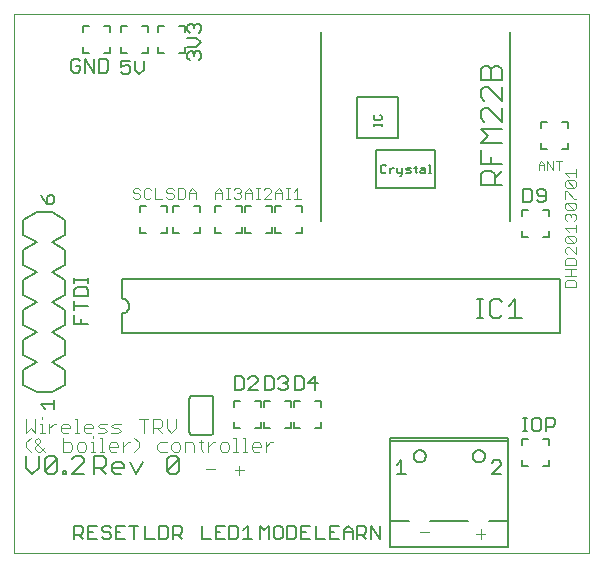
<source format=gto>
G75*
G70*
%OFA0B0*%
%FSLAX24Y24*%
%IPPOS*%
%LPD*%
%AMOC8*
5,1,8,0,0,1.08239X$1,22.5*
%
%ADD10C,0.0000*%
%ADD11C,0.0040*%
%ADD12C,0.0050*%
%ADD13C,0.0030*%
%ADD14C,0.0060*%
%ADD15C,0.0080*%
%ADD16C,0.0070*%
D10*
X000219Y000180D02*
X000219Y018176D01*
X019377Y018176D01*
X019382Y018176D02*
X019382Y000180D01*
X019377Y000180D02*
X000219Y000180D01*
D11*
X000768Y003575D02*
X000614Y003728D01*
X000614Y003882D01*
X000768Y004035D01*
X000921Y003959D02*
X000921Y003882D01*
X001228Y003575D01*
X001228Y003728D02*
X001075Y003575D01*
X000998Y003575D01*
X000921Y003652D01*
X000921Y003728D01*
X001075Y003882D01*
X001075Y003959D01*
X000998Y004035D01*
X000921Y003959D01*
X000921Y004200D02*
X000921Y004660D01*
X001075Y004507D02*
X001151Y004507D01*
X001151Y004200D01*
X001075Y004200D02*
X001228Y004200D01*
X001382Y004200D02*
X001382Y004507D01*
X001535Y004507D02*
X001612Y004507D01*
X001535Y004507D02*
X001382Y004353D01*
X001765Y004353D02*
X002072Y004353D01*
X002072Y004430D01*
X001996Y004507D01*
X001842Y004507D01*
X001765Y004430D01*
X001765Y004277D01*
X001842Y004200D01*
X001996Y004200D01*
X001842Y004035D02*
X001842Y003575D01*
X002072Y003575D01*
X002149Y003652D01*
X002149Y003805D01*
X002072Y003882D01*
X001842Y003882D01*
X002302Y003805D02*
X002302Y003652D01*
X002379Y003575D01*
X002533Y003575D01*
X002609Y003652D01*
X002609Y003805D01*
X002533Y003882D01*
X002379Y003882D01*
X002302Y003805D01*
X002302Y004200D02*
X002302Y004660D01*
X002226Y004660D01*
X002533Y004430D02*
X002609Y004507D01*
X002763Y004507D01*
X002840Y004430D01*
X002840Y004353D01*
X002533Y004353D01*
X002533Y004277D02*
X002533Y004430D01*
X002533Y004277D02*
X002609Y004200D01*
X002763Y004200D01*
X002840Y004112D02*
X002840Y004035D01*
X002840Y003882D02*
X002840Y003575D01*
X002916Y003575D02*
X002763Y003575D01*
X003070Y003575D02*
X003223Y003575D01*
X003147Y003575D02*
X003147Y004035D01*
X003070Y004035D01*
X002993Y004200D02*
X003223Y004200D01*
X003300Y004277D01*
X003223Y004353D01*
X003070Y004353D01*
X002993Y004430D01*
X003070Y004507D01*
X003300Y004507D01*
X003453Y004430D02*
X003530Y004353D01*
X003684Y004353D01*
X003760Y004277D01*
X003684Y004200D01*
X003453Y004200D01*
X003453Y003882D02*
X003607Y003882D01*
X003684Y003805D01*
X003684Y003728D01*
X003377Y003728D01*
X003377Y003652D02*
X003377Y003805D01*
X003453Y003882D01*
X003377Y003652D02*
X003453Y003575D01*
X003607Y003575D01*
X003837Y003575D02*
X003837Y003882D01*
X003837Y003728D02*
X003991Y003882D01*
X004067Y003882D01*
X004221Y004035D02*
X004374Y003882D01*
X004374Y003728D01*
X004221Y003575D01*
X004528Y004200D02*
X004528Y004660D01*
X004681Y004660D02*
X004374Y004660D01*
X004835Y004660D02*
X005065Y004660D01*
X005142Y004584D01*
X005142Y004430D01*
X005065Y004353D01*
X004835Y004353D01*
X004835Y004200D02*
X004835Y004660D01*
X004988Y004353D02*
X005142Y004200D01*
X005295Y004353D02*
X005448Y004200D01*
X005602Y004353D01*
X005602Y004660D01*
X005295Y004660D02*
X005295Y004353D01*
X005295Y003882D02*
X005065Y003882D01*
X004988Y003805D01*
X004988Y003652D01*
X005065Y003575D01*
X005295Y003575D01*
X005448Y003652D02*
X005448Y003805D01*
X005525Y003882D01*
X005679Y003882D01*
X005755Y003805D01*
X005755Y003652D01*
X005679Y003575D01*
X005525Y003575D01*
X005448Y003652D01*
X005909Y003575D02*
X005909Y003882D01*
X006139Y003882D01*
X006216Y003805D01*
X006216Y003575D01*
X006446Y003652D02*
X006523Y003575D01*
X006446Y003652D02*
X006446Y003959D01*
X006369Y003882D02*
X006523Y003882D01*
X006676Y003882D02*
X006676Y003575D01*
X006676Y003728D02*
X006830Y003882D01*
X006906Y003882D01*
X007060Y003805D02*
X007060Y003652D01*
X007137Y003575D01*
X007290Y003575D01*
X007367Y003652D01*
X007367Y003805D01*
X007290Y003882D01*
X007137Y003882D01*
X007060Y003805D01*
X007520Y003575D02*
X007674Y003575D01*
X007597Y003575D02*
X007597Y004035D01*
X007520Y004035D01*
X007827Y004035D02*
X007904Y004035D01*
X007904Y003575D01*
X007827Y003575D02*
X007981Y003575D01*
X008134Y003652D02*
X008134Y003805D01*
X008211Y003882D01*
X008364Y003882D01*
X008441Y003805D01*
X008441Y003728D01*
X008134Y003728D01*
X008134Y003652D02*
X008211Y003575D01*
X008364Y003575D01*
X008595Y003575D02*
X008595Y003882D01*
X008748Y003882D02*
X008595Y003728D01*
X008748Y003882D02*
X008825Y003882D01*
X007873Y002953D02*
X007566Y002953D01*
X007719Y002800D02*
X007719Y003107D01*
X006921Y002981D02*
X006614Y002981D01*
X003760Y004507D02*
X003530Y004507D01*
X003453Y004430D01*
X002840Y003882D02*
X002763Y003882D01*
X002379Y004200D02*
X002226Y004200D01*
X001151Y004660D02*
X001151Y004737D01*
X000614Y004660D02*
X000614Y004200D01*
X000768Y004353D01*
X000921Y004200D01*
X004224Y012000D02*
X004164Y012060D01*
X004224Y012000D02*
X004345Y012000D01*
X004405Y012060D01*
X004405Y012120D01*
X004345Y012180D01*
X004224Y012180D01*
X004164Y012240D01*
X004164Y012300D01*
X004224Y012360D01*
X004345Y012360D01*
X004405Y012300D01*
X004533Y012300D02*
X004533Y012060D01*
X004593Y012000D01*
X004713Y012000D01*
X004773Y012060D01*
X004901Y012000D02*
X005141Y012000D01*
X005289Y012060D02*
X005349Y012000D01*
X005470Y012000D01*
X005530Y012060D01*
X005530Y012120D01*
X005470Y012180D01*
X005349Y012180D01*
X005289Y012240D01*
X005289Y012300D01*
X005349Y012360D01*
X005470Y012360D01*
X005530Y012300D01*
X005658Y012360D02*
X005658Y012000D01*
X005838Y012000D01*
X005898Y012060D01*
X005898Y012300D01*
X005838Y012360D01*
X005658Y012360D01*
X006026Y012240D02*
X006026Y012000D01*
X006026Y012180D02*
X006266Y012180D01*
X006266Y012240D02*
X006266Y012000D01*
X006266Y012240D02*
X006146Y012360D01*
X006026Y012240D01*
X006914Y012240D02*
X006914Y012000D01*
X006914Y012180D02*
X007155Y012180D01*
X007155Y012240D02*
X007155Y012000D01*
X007283Y012000D02*
X007403Y012000D01*
X007343Y012000D02*
X007343Y012360D01*
X007283Y012360D02*
X007403Y012360D01*
X007528Y012300D02*
X007588Y012360D01*
X007708Y012360D01*
X007768Y012300D01*
X007768Y012240D01*
X007708Y012180D01*
X007768Y012120D01*
X007768Y012060D01*
X007708Y012000D01*
X007588Y012000D01*
X007528Y012060D01*
X007648Y012180D02*
X007708Y012180D01*
X007914Y012180D02*
X008155Y012180D01*
X008155Y012240D02*
X008155Y012000D01*
X008283Y012000D02*
X008403Y012000D01*
X008343Y012000D02*
X008343Y012360D01*
X008283Y012360D02*
X008403Y012360D01*
X008528Y012300D02*
X008588Y012360D01*
X008708Y012360D01*
X008768Y012300D01*
X008768Y012240D01*
X008528Y012000D01*
X008768Y012000D01*
X008914Y012000D02*
X008914Y012240D01*
X009034Y012360D01*
X009155Y012240D01*
X009155Y012000D01*
X009283Y012000D02*
X009403Y012000D01*
X009343Y012000D02*
X009343Y012360D01*
X009283Y012360D02*
X009403Y012360D01*
X009528Y012240D02*
X009648Y012360D01*
X009648Y012000D01*
X009528Y012000D02*
X009768Y012000D01*
X009155Y012180D02*
X008914Y012180D01*
X008155Y012240D02*
X008034Y012360D01*
X007914Y012240D01*
X007914Y012000D01*
X007155Y012240D02*
X007034Y012360D01*
X006914Y012240D01*
X004901Y012360D02*
X004901Y012000D01*
X004773Y012300D02*
X004713Y012360D01*
X004593Y012360D01*
X004533Y012300D01*
X015768Y000984D02*
X015768Y000677D01*
X015921Y000830D02*
X015614Y000830D01*
X014046Y000880D02*
X013739Y000880D01*
D12*
X012416Y000655D02*
X012416Y001105D01*
X012116Y001105D02*
X012116Y000655D01*
X011956Y000655D02*
X011806Y000805D01*
X011881Y000805D02*
X011656Y000805D01*
X011656Y000655D02*
X011656Y001105D01*
X011881Y001105D01*
X011956Y001030D01*
X011956Y000880D01*
X011881Y000805D01*
X012116Y001105D02*
X012416Y000655D01*
X011495Y000655D02*
X011495Y000955D01*
X011345Y001105D01*
X011195Y000955D01*
X011195Y000655D01*
X011035Y000655D02*
X010735Y000655D01*
X010735Y001105D01*
X011035Y001105D01*
X010885Y000880D02*
X010735Y000880D01*
X010575Y000655D02*
X010274Y000655D01*
X010274Y001105D01*
X010081Y001105D02*
X009781Y001105D01*
X009781Y000655D01*
X010081Y000655D01*
X009931Y000880D02*
X009781Y000880D01*
X009620Y000730D02*
X009620Y001030D01*
X009545Y001105D01*
X009320Y001105D01*
X009320Y000655D01*
X009545Y000655D01*
X009620Y000730D01*
X009160Y000730D02*
X009160Y001030D01*
X009085Y001105D01*
X008935Y001105D01*
X008860Y001030D01*
X008860Y000730D01*
X008935Y000655D01*
X009085Y000655D01*
X009160Y000730D01*
X008700Y000655D02*
X008700Y001105D01*
X008549Y000955D01*
X008399Y001105D01*
X008399Y000655D01*
X008146Y000655D02*
X007846Y000655D01*
X007996Y000655D02*
X007996Y001105D01*
X007846Y000955D01*
X007685Y001030D02*
X007610Y001105D01*
X007385Y001105D01*
X007385Y000655D01*
X007610Y000655D01*
X007685Y000730D01*
X007685Y001030D01*
X007225Y001105D02*
X006925Y001105D01*
X006925Y000655D01*
X007225Y000655D01*
X007075Y000880D02*
X006925Y000880D01*
X006765Y000655D02*
X006464Y000655D01*
X006464Y001105D01*
X005810Y001030D02*
X005810Y000880D01*
X005735Y000805D01*
X005510Y000805D01*
X005510Y000655D02*
X005510Y001105D01*
X005735Y001105D01*
X005810Y001030D01*
X005660Y000805D02*
X005810Y000655D01*
X005350Y000730D02*
X005350Y001030D01*
X005275Y001105D01*
X005050Y001105D01*
X005050Y000655D01*
X005275Y000655D01*
X005350Y000730D01*
X004890Y000655D02*
X004589Y000655D01*
X004589Y001105D01*
X004356Y001105D02*
X004056Y001105D01*
X004206Y001105D02*
X004206Y000655D01*
X003896Y000655D02*
X003596Y000655D01*
X003596Y001105D01*
X003896Y001105D01*
X003746Y000880D02*
X003596Y000880D01*
X003435Y000805D02*
X003435Y000730D01*
X003360Y000655D01*
X003210Y000655D01*
X003135Y000730D01*
X003210Y000880D02*
X003360Y000880D01*
X003435Y000805D01*
X003435Y001030D02*
X003360Y001105D01*
X003210Y001105D01*
X003135Y001030D01*
X003135Y000955D01*
X003210Y000880D01*
X002975Y000655D02*
X002675Y000655D01*
X002675Y001105D01*
X002975Y001105D01*
X002825Y000880D02*
X002675Y000880D01*
X002515Y000880D02*
X002515Y001030D01*
X002440Y001105D01*
X002214Y001105D01*
X002214Y000655D01*
X002214Y000805D02*
X002440Y000805D01*
X002515Y000880D01*
X002364Y000805D02*
X002515Y000655D01*
X002546Y002830D02*
X002139Y002830D01*
X002546Y003237D01*
X002546Y003339D01*
X002444Y003441D01*
X002240Y003441D01*
X002139Y003339D01*
X001634Y003339D02*
X001227Y002932D01*
X001329Y002830D01*
X001532Y002830D01*
X001634Y002932D01*
X001634Y003339D01*
X001532Y003441D01*
X001329Y003441D01*
X001227Y003339D01*
X001227Y002932D01*
X001026Y003034D02*
X001026Y003441D01*
X000619Y003441D02*
X000619Y003034D01*
X000823Y002830D01*
X001026Y003034D01*
X001835Y002932D02*
X001937Y002932D01*
X001937Y002830D01*
X001835Y002830D01*
X001835Y002932D01*
X002869Y003034D02*
X003175Y003034D01*
X003276Y003135D01*
X003276Y003339D01*
X003175Y003441D01*
X002869Y003441D01*
X002869Y002830D01*
X003073Y003034D02*
X003276Y002830D01*
X003477Y002932D02*
X003477Y003135D01*
X003579Y003237D01*
X003782Y003237D01*
X003884Y003135D01*
X003884Y003034D01*
X003477Y003034D01*
X003477Y002932D02*
X003579Y002830D01*
X003782Y002830D01*
X004288Y002830D02*
X004085Y003237D01*
X004492Y003237D02*
X004288Y002830D01*
X005300Y002932D02*
X005707Y003339D01*
X005707Y002932D01*
X005606Y002830D01*
X005402Y002830D01*
X005300Y002932D01*
X005300Y003339D01*
X005402Y003441D01*
X005606Y003441D01*
X005707Y003339D01*
X007563Y005630D02*
X007788Y005630D01*
X007863Y005705D01*
X007863Y006005D01*
X007788Y006080D01*
X007563Y006080D01*
X007563Y005630D01*
X008023Y005630D02*
X008324Y005930D01*
X008324Y006005D01*
X008249Y006080D01*
X008099Y006080D01*
X008023Y006005D01*
X008023Y005630D02*
X008324Y005630D01*
X008563Y005630D02*
X008788Y005630D01*
X008863Y005705D01*
X008863Y006005D01*
X008788Y006080D01*
X008563Y006080D01*
X008563Y005630D01*
X009023Y005705D02*
X009099Y005630D01*
X009249Y005630D01*
X009324Y005705D01*
X009324Y005780D01*
X009249Y005855D01*
X009174Y005855D01*
X009249Y005855D02*
X009324Y005930D01*
X009324Y006005D01*
X009249Y006080D01*
X009099Y006080D01*
X009023Y006005D01*
X009563Y006080D02*
X009563Y005630D01*
X009788Y005630D01*
X009863Y005705D01*
X009863Y006005D01*
X009788Y006080D01*
X009563Y006080D01*
X010023Y005855D02*
X010324Y005855D01*
X010249Y005630D02*
X010249Y006080D01*
X010023Y005855D01*
X012960Y003130D02*
X013110Y003280D01*
X013110Y002830D01*
X012960Y002830D02*
X013260Y002830D01*
X011495Y000880D02*
X011195Y000880D01*
X016144Y002830D02*
X016445Y003130D01*
X016445Y003205D01*
X016370Y003280D01*
X016219Y003280D01*
X016144Y003205D01*
X016144Y002830D02*
X016445Y002830D01*
X017169Y004255D02*
X017319Y004255D01*
X017244Y004255D02*
X017244Y004705D01*
X017169Y004705D02*
X017319Y004705D01*
X017476Y004630D02*
X017476Y004330D01*
X017551Y004255D01*
X017701Y004255D01*
X017777Y004330D01*
X017777Y004630D01*
X017701Y004705D01*
X017551Y004705D01*
X017476Y004630D01*
X017937Y004705D02*
X017937Y004255D01*
X017937Y004405D02*
X018162Y004405D01*
X018237Y004480D01*
X018237Y004630D01*
X018162Y004705D01*
X017937Y004705D01*
X017855Y011880D02*
X017930Y011955D01*
X017930Y012255D01*
X017855Y012330D01*
X017705Y012330D01*
X017630Y012255D01*
X017630Y012180D01*
X017705Y012105D01*
X017930Y012105D01*
X017855Y011880D02*
X017705Y011880D01*
X017630Y011955D01*
X017470Y011955D02*
X017470Y012255D01*
X017395Y012330D01*
X017169Y012330D01*
X017169Y011880D01*
X017395Y011880D01*
X017470Y011955D01*
X014122Y012860D02*
X014033Y012860D01*
X014078Y012860D02*
X014078Y013125D01*
X014033Y013125D01*
X013920Y012993D02*
X013920Y012860D01*
X013788Y012860D01*
X013743Y012904D01*
X013788Y012949D01*
X013920Y012949D01*
X013920Y012993D02*
X013876Y013037D01*
X013788Y013037D01*
X013638Y013037D02*
X013550Y013037D01*
X013594Y013081D02*
X013594Y012904D01*
X013638Y012860D01*
X013437Y012904D02*
X013393Y012949D01*
X013304Y012949D01*
X013260Y012993D01*
X013304Y013037D01*
X013437Y013037D01*
X013437Y012904D02*
X013393Y012860D01*
X013260Y012860D01*
X013147Y012860D02*
X013014Y012860D01*
X012970Y012904D01*
X012970Y013037D01*
X012861Y013037D02*
X012817Y013037D01*
X012728Y012949D01*
X012728Y013037D02*
X012728Y012860D01*
X012615Y012904D02*
X012571Y012860D01*
X012482Y012860D01*
X012438Y012904D01*
X012438Y013081D01*
X012482Y013125D01*
X012571Y013125D01*
X012615Y013081D01*
X013147Y013037D02*
X013147Y012816D01*
X013103Y012772D01*
X013058Y012772D01*
X012467Y014424D02*
X012467Y014512D01*
X012467Y014468D02*
X012202Y014468D01*
X012202Y014424D02*
X012202Y014512D01*
X012246Y014617D02*
X012423Y014617D01*
X012467Y014662D01*
X012467Y014750D01*
X012423Y014794D01*
X012246Y014794D02*
X012202Y014750D01*
X012202Y014662D01*
X012246Y014617D01*
X006438Y016693D02*
X006363Y016618D01*
X006438Y016693D02*
X006438Y016844D01*
X006363Y016919D01*
X006288Y016919D01*
X006213Y016844D01*
X006213Y016769D01*
X006213Y016844D02*
X006138Y016919D01*
X006063Y016919D01*
X005988Y016844D01*
X005988Y016693D01*
X006063Y016618D01*
X005988Y017079D02*
X006288Y017079D01*
X006438Y017229D01*
X006288Y017379D01*
X005988Y017379D01*
X006063Y017539D02*
X005988Y017614D01*
X005988Y017764D01*
X006063Y017839D01*
X006138Y017839D01*
X006213Y017764D01*
X006288Y017839D01*
X006363Y017839D01*
X006438Y017764D01*
X006438Y017614D01*
X006363Y017539D01*
X006213Y017689D02*
X006213Y017764D01*
X004534Y016605D02*
X004534Y016305D01*
X004384Y016155D01*
X004234Y016305D01*
X004234Y016605D01*
X004074Y016605D02*
X003774Y016605D01*
X003774Y016380D01*
X003924Y016455D01*
X003999Y016455D01*
X004074Y016380D01*
X004074Y016230D01*
X003999Y016155D01*
X003849Y016155D01*
X003774Y016230D01*
X003340Y016280D02*
X003340Y016580D01*
X003265Y016655D01*
X003040Y016655D01*
X003040Y016205D01*
X003265Y016205D01*
X003340Y016280D01*
X002880Y016205D02*
X002880Y016655D01*
X002580Y016655D02*
X002880Y016205D01*
X002580Y016205D02*
X002580Y016655D01*
X002420Y016580D02*
X002345Y016655D01*
X002194Y016655D01*
X002119Y016580D01*
X002119Y016280D01*
X002194Y016205D01*
X002345Y016205D01*
X002420Y016280D01*
X002420Y016430D01*
X002269Y016430D01*
X001469Y012130D02*
X001394Y012130D01*
X001319Y012055D01*
X001319Y011830D01*
X001469Y011830D01*
X001544Y011905D01*
X001544Y012055D01*
X001469Y012130D01*
X001169Y011980D02*
X001319Y011830D01*
X001169Y011980D02*
X001094Y012130D01*
X002219Y009361D02*
X002219Y009211D01*
X002219Y009286D02*
X002669Y009286D01*
X002669Y009211D02*
X002669Y009361D01*
X002594Y009051D02*
X002294Y009051D01*
X002219Y008976D01*
X002219Y008751D01*
X002669Y008751D01*
X002669Y008976D01*
X002594Y009051D01*
X002219Y008591D02*
X002219Y008290D01*
X002219Y008441D02*
X002669Y008441D01*
X002444Y007980D02*
X002444Y007830D01*
X002219Y007830D02*
X002219Y008130D01*
X002219Y007830D02*
X002669Y007830D01*
X001556Y005306D02*
X001556Y005006D01*
X001556Y005156D02*
X001106Y005156D01*
X001256Y005006D01*
D13*
X017690Y012974D02*
X017690Y013167D01*
X017787Y013264D01*
X017884Y013167D01*
X017884Y012974D01*
X017985Y012974D02*
X017985Y013264D01*
X018178Y012974D01*
X018178Y013264D01*
X018279Y013264D02*
X018473Y013264D01*
X018376Y013264D02*
X018376Y012974D01*
X018576Y012860D02*
X018946Y012860D01*
X018946Y012983D02*
X018946Y012736D01*
X018885Y012615D02*
X018946Y012553D01*
X018946Y012430D01*
X018885Y012368D01*
X018638Y012615D01*
X018885Y012615D01*
X018700Y012736D02*
X018576Y012860D01*
X018638Y012615D02*
X018576Y012553D01*
X018576Y012430D01*
X018638Y012368D01*
X018885Y012368D01*
X018638Y012247D02*
X018885Y012000D01*
X018946Y012000D01*
X018885Y011878D02*
X018946Y011817D01*
X018946Y011693D01*
X018885Y011631D01*
X018638Y011878D01*
X018885Y011878D01*
X018885Y011631D02*
X018638Y011631D01*
X018576Y011693D01*
X018576Y011817D01*
X018638Y011878D01*
X018576Y012000D02*
X018576Y012247D01*
X018638Y012247D01*
X018638Y011510D02*
X018700Y011510D01*
X018761Y011448D01*
X018823Y011510D01*
X018885Y011510D01*
X018946Y011448D01*
X018946Y011325D01*
X018885Y011263D01*
X018946Y011142D02*
X018946Y010895D01*
X018946Y011018D02*
X018576Y011018D01*
X018700Y010895D01*
X018638Y010773D02*
X018885Y010527D01*
X018946Y010588D01*
X018946Y010712D01*
X018885Y010773D01*
X018638Y010773D01*
X018576Y010712D01*
X018576Y010588D01*
X018638Y010527D01*
X018885Y010527D01*
X018946Y010405D02*
X018946Y010158D01*
X018700Y010405D01*
X018638Y010405D01*
X018576Y010343D01*
X018576Y010220D01*
X018638Y010158D01*
X018638Y010037D02*
X018576Y009975D01*
X018576Y009790D01*
X018946Y009790D01*
X018946Y009975D01*
X018885Y010037D01*
X018638Y010037D01*
X018576Y009668D02*
X018946Y009668D01*
X018761Y009668D02*
X018761Y009422D01*
X018638Y009300D02*
X018576Y009238D01*
X018576Y009053D01*
X018946Y009053D01*
X018946Y009238D01*
X018885Y009300D01*
X018638Y009300D01*
X018576Y009422D02*
X018946Y009422D01*
X018638Y011263D02*
X018576Y011325D01*
X018576Y011448D01*
X018638Y011510D01*
X018761Y011448D02*
X018761Y011387D01*
X017884Y013119D02*
X017690Y013119D01*
D14*
X017758Y013674D02*
X017958Y013674D01*
X017758Y013674D02*
X017758Y013874D01*
X017758Y014374D02*
X017758Y014574D01*
X017958Y014574D01*
X018458Y014574D02*
X018658Y014574D01*
X018658Y014374D01*
X018658Y013874D02*
X018658Y013674D01*
X018458Y013674D01*
X016462Y013878D02*
X015762Y013878D01*
X015995Y014112D01*
X015762Y014345D01*
X016462Y014345D01*
X016462Y014578D02*
X015995Y015045D01*
X015878Y015045D01*
X015762Y014928D01*
X015762Y014695D01*
X015878Y014578D01*
X016462Y014578D02*
X016462Y015045D01*
X016462Y015278D02*
X015995Y015745D01*
X015878Y015745D01*
X015762Y015628D01*
X015762Y015394D01*
X015878Y015278D01*
X016462Y015278D02*
X016462Y015745D01*
X016462Y015977D02*
X016462Y016328D01*
X016345Y016444D01*
X016229Y016444D01*
X016112Y016328D01*
X016112Y015977D01*
X016462Y015977D02*
X015762Y015977D01*
X015762Y016328D01*
X015878Y016444D01*
X015995Y016444D01*
X016112Y016328D01*
X015762Y013645D02*
X015762Y013178D01*
X016462Y013178D01*
X016462Y012945D02*
X016229Y012712D01*
X016229Y012829D02*
X016229Y012478D01*
X016462Y012478D02*
X015762Y012478D01*
X015762Y012829D01*
X015878Y012945D01*
X016112Y012945D01*
X016229Y012829D01*
X016112Y013178D02*
X016112Y013412D01*
X017144Y011630D02*
X017144Y011430D01*
X017144Y011630D02*
X017344Y011630D01*
X017844Y011630D02*
X018044Y011630D01*
X018044Y011430D01*
X018044Y010930D02*
X018044Y010730D01*
X017844Y010730D01*
X017344Y010730D02*
X017144Y010730D01*
X017144Y010930D01*
X018394Y009330D02*
X018394Y007530D01*
X003794Y007530D01*
X003794Y008180D01*
X003824Y008182D01*
X003854Y008187D01*
X003883Y008196D01*
X003910Y008209D01*
X003936Y008224D01*
X003960Y008243D01*
X003981Y008264D01*
X004000Y008288D01*
X004015Y008314D01*
X004028Y008341D01*
X004037Y008370D01*
X004042Y008400D01*
X004044Y008430D01*
X004042Y008460D01*
X004037Y008490D01*
X004028Y008519D01*
X004015Y008546D01*
X004000Y008572D01*
X003981Y008596D01*
X003960Y008617D01*
X003936Y008636D01*
X003910Y008651D01*
X003883Y008664D01*
X003854Y008673D01*
X003824Y008678D01*
X003794Y008680D01*
X003794Y009330D01*
X018394Y009330D01*
X018044Y004005D02*
X017844Y004005D01*
X018044Y004005D02*
X018044Y003805D01*
X018044Y003305D02*
X018044Y003105D01*
X017844Y003105D01*
X017344Y003105D02*
X017144Y003105D01*
X017144Y003305D01*
X017144Y003805D02*
X017144Y004005D01*
X017344Y004005D01*
X016685Y004025D02*
X012755Y004025D01*
X012755Y003945D01*
X016685Y003945D01*
X016685Y001255D01*
X016685Y000405D01*
X012755Y000405D01*
X012755Y001255D01*
X012755Y003945D01*
X013535Y003425D02*
X013537Y003453D01*
X013543Y003480D01*
X013552Y003506D01*
X013565Y003531D01*
X013582Y003554D01*
X013601Y003574D01*
X013623Y003591D01*
X013647Y003605D01*
X013673Y003615D01*
X013700Y003622D01*
X013728Y003625D01*
X013756Y003624D01*
X013783Y003619D01*
X013810Y003610D01*
X013835Y003598D01*
X013858Y003583D01*
X013879Y003564D01*
X013897Y003543D01*
X013912Y003519D01*
X013923Y003493D01*
X013931Y003467D01*
X013935Y003439D01*
X013935Y003411D01*
X013931Y003383D01*
X013923Y003357D01*
X013912Y003331D01*
X013897Y003307D01*
X013879Y003286D01*
X013858Y003267D01*
X013835Y003252D01*
X013810Y003240D01*
X013783Y003231D01*
X013756Y003226D01*
X013728Y003225D01*
X013700Y003228D01*
X013673Y003235D01*
X013647Y003245D01*
X013623Y003259D01*
X013601Y003276D01*
X013582Y003296D01*
X013565Y003319D01*
X013552Y003344D01*
X013543Y003370D01*
X013537Y003397D01*
X013535Y003425D01*
X015505Y003425D02*
X015507Y003453D01*
X015513Y003480D01*
X015522Y003506D01*
X015535Y003531D01*
X015552Y003554D01*
X015571Y003574D01*
X015593Y003591D01*
X015617Y003605D01*
X015643Y003615D01*
X015670Y003622D01*
X015698Y003625D01*
X015726Y003624D01*
X015753Y003619D01*
X015780Y003610D01*
X015805Y003598D01*
X015828Y003583D01*
X015849Y003564D01*
X015867Y003543D01*
X015882Y003519D01*
X015893Y003493D01*
X015901Y003467D01*
X015905Y003439D01*
X015905Y003411D01*
X015901Y003383D01*
X015893Y003357D01*
X015882Y003331D01*
X015867Y003307D01*
X015849Y003286D01*
X015828Y003267D01*
X015805Y003252D01*
X015780Y003240D01*
X015753Y003231D01*
X015726Y003226D01*
X015698Y003225D01*
X015670Y003228D01*
X015643Y003235D01*
X015617Y003245D01*
X015593Y003259D01*
X015571Y003276D01*
X015552Y003296D01*
X015535Y003319D01*
X015522Y003344D01*
X015513Y003370D01*
X015507Y003397D01*
X015505Y003425D01*
X016685Y003945D02*
X016685Y004025D01*
X016685Y001255D02*
X016055Y001255D01*
X015355Y001255D02*
X014085Y001255D01*
X013385Y001255D02*
X012755Y001255D01*
X010438Y004355D02*
X010238Y004355D01*
X010438Y004355D02*
X010438Y004555D01*
X010438Y005055D02*
X010438Y005255D01*
X010238Y005255D01*
X009738Y005255D02*
X009538Y005255D01*
X009538Y005055D01*
X009438Y005055D02*
X009438Y005255D01*
X009238Y005255D01*
X008738Y005255D02*
X008538Y005255D01*
X008538Y005055D01*
X008438Y005055D02*
X008438Y005255D01*
X008238Y005255D01*
X007738Y005255D02*
X007538Y005255D01*
X007538Y005055D01*
X007538Y004555D02*
X007538Y004355D01*
X007738Y004355D01*
X008238Y004355D02*
X008438Y004355D01*
X008438Y004555D01*
X008538Y004555D02*
X008538Y004355D01*
X008738Y004355D01*
X009238Y004355D02*
X009438Y004355D01*
X009438Y004555D01*
X009538Y004555D02*
X009538Y004355D01*
X009738Y004355D01*
X006851Y004238D02*
X006851Y005338D01*
X006849Y005355D01*
X006845Y005372D01*
X006838Y005388D01*
X006828Y005402D01*
X006815Y005415D01*
X006801Y005425D01*
X006785Y005432D01*
X006768Y005436D01*
X006751Y005438D01*
X006151Y005438D01*
X006134Y005436D01*
X006117Y005432D01*
X006101Y005425D01*
X006087Y005415D01*
X006074Y005402D01*
X006064Y005388D01*
X006057Y005372D01*
X006053Y005355D01*
X006051Y005338D01*
X006051Y004238D01*
X006053Y004221D01*
X006057Y004204D01*
X006064Y004188D01*
X006074Y004174D01*
X006087Y004161D01*
X006101Y004151D01*
X006117Y004144D01*
X006134Y004140D01*
X006151Y004138D01*
X006751Y004138D01*
X006768Y004140D01*
X006785Y004144D01*
X006801Y004151D01*
X006815Y004161D01*
X006828Y004174D01*
X006838Y004188D01*
X006845Y004204D01*
X006849Y004221D01*
X006851Y004238D01*
X001919Y005805D02*
X001919Y006305D01*
X001469Y006555D01*
X001919Y006805D01*
X001919Y007305D01*
X001469Y007555D01*
X001919Y007805D01*
X001919Y008305D01*
X001469Y008555D01*
X001919Y008805D01*
X001919Y009305D01*
X001469Y009555D01*
X001919Y009805D01*
X001919Y010305D01*
X001469Y010555D01*
X001919Y010805D01*
X001919Y011305D01*
X001469Y011555D01*
X000969Y011555D01*
X000519Y011305D01*
X000519Y010805D01*
X000969Y010555D01*
X000519Y010305D01*
X000519Y009805D01*
X000969Y009555D01*
X000519Y009305D01*
X000519Y008805D01*
X000969Y008555D01*
X000519Y008305D01*
X000519Y007805D01*
X000969Y007555D01*
X000519Y007305D01*
X000519Y006805D01*
X000969Y006555D01*
X000519Y006305D01*
X000519Y005805D01*
X000969Y005555D01*
X001469Y005555D01*
X001919Y005805D01*
X004394Y010855D02*
X004594Y010855D01*
X004394Y010855D02*
X004394Y011055D01*
X004394Y011555D02*
X004394Y011755D01*
X004594Y011755D01*
X005094Y011755D02*
X005294Y011755D01*
X005294Y011555D01*
X005519Y011555D02*
X005519Y011755D01*
X005719Y011755D01*
X006219Y011755D02*
X006419Y011755D01*
X006419Y011555D01*
X006419Y011055D02*
X006419Y010855D01*
X006219Y010855D01*
X005719Y010855D02*
X005519Y010855D01*
X005519Y011055D01*
X005294Y011055D02*
X005294Y010855D01*
X005094Y010855D01*
X006894Y010855D02*
X007094Y010855D01*
X006894Y010855D02*
X006894Y011055D01*
X006894Y011555D02*
X006894Y011755D01*
X007094Y011755D01*
X007594Y011755D02*
X007794Y011755D01*
X007794Y011555D01*
X007894Y011555D02*
X007894Y011755D01*
X008094Y011755D01*
X008594Y011755D02*
X008794Y011755D01*
X008794Y011555D01*
X008894Y011555D02*
X008894Y011755D01*
X009094Y011755D01*
X009594Y011755D02*
X009794Y011755D01*
X009794Y011555D01*
X009794Y011055D02*
X009794Y010855D01*
X009594Y010855D01*
X009094Y010855D02*
X008894Y010855D01*
X008894Y011055D01*
X008794Y011055D02*
X008794Y010855D01*
X008594Y010855D01*
X008094Y010855D02*
X007894Y010855D01*
X007894Y011055D01*
X007794Y011055D02*
X007794Y010855D01*
X007594Y010855D01*
X005919Y016855D02*
X005719Y016855D01*
X005919Y016855D02*
X005919Y017055D01*
X005919Y017555D02*
X005919Y017755D01*
X005719Y017755D01*
X005219Y017755D02*
X005019Y017755D01*
X005019Y017555D01*
X004669Y017555D02*
X004669Y017755D01*
X004469Y017755D01*
X003969Y017755D02*
X003769Y017755D01*
X003769Y017555D01*
X003419Y017555D02*
X003419Y017755D01*
X003219Y017755D01*
X002719Y017755D02*
X002519Y017755D01*
X002519Y017555D01*
X002519Y017055D02*
X002519Y016855D01*
X002719Y016855D01*
X003219Y016855D02*
X003419Y016855D01*
X003419Y017055D01*
X003769Y017055D02*
X003769Y016855D01*
X003969Y016855D01*
X004469Y016855D02*
X004669Y016855D01*
X004669Y017055D01*
X005019Y017055D02*
X005019Y016855D01*
X005219Y016855D01*
D15*
X010445Y017560D02*
X010445Y011260D01*
X012275Y012363D02*
X012275Y013623D01*
X014244Y013623D01*
X014244Y012363D01*
X012275Y012363D01*
X011626Y014016D02*
X011626Y015394D01*
X013004Y015394D01*
X013004Y014016D01*
X011626Y014016D01*
X016744Y011260D02*
X016744Y017560D01*
D16*
X016914Y008656D02*
X016914Y008025D01*
X016704Y008025D02*
X017124Y008025D01*
X016704Y008445D02*
X016914Y008656D01*
X016479Y008550D02*
X016374Y008656D01*
X016164Y008656D01*
X016059Y008550D01*
X016059Y008130D01*
X016164Y008025D01*
X016374Y008025D01*
X016479Y008130D01*
X015840Y008025D02*
X015629Y008025D01*
X015734Y008025D02*
X015734Y008656D01*
X015629Y008656D02*
X015840Y008656D01*
M02*

</source>
